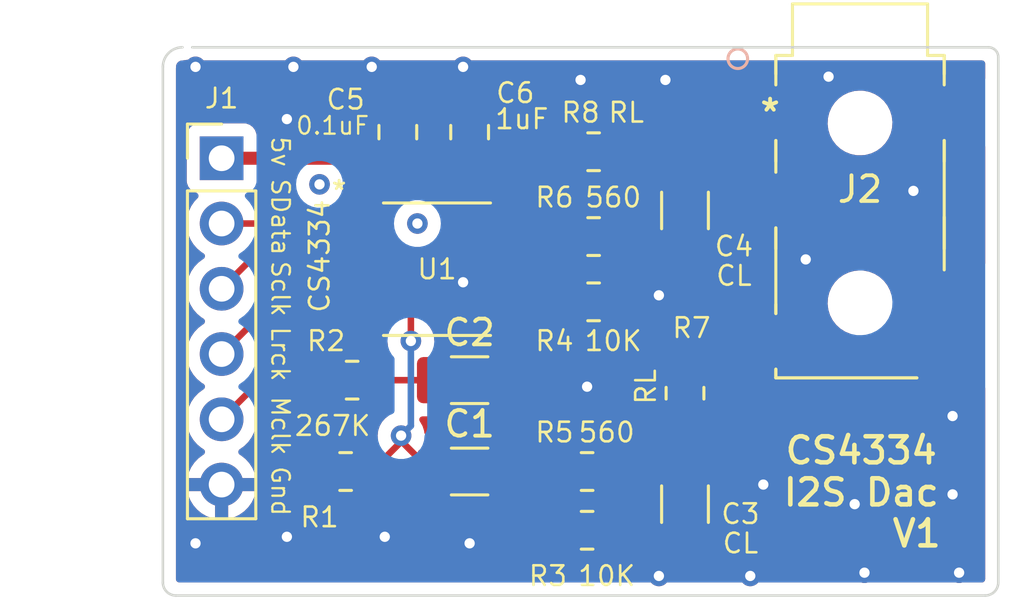
<source format=kicad_pcb>
(kicad_pcb (version 20211014) (generator pcbnew)
  (layers (0 "F.Cu" signal) (31 "B.Cu" signal) (34 "B.Paste" user) (35 "F.Paste" user) (36 "B.SilkS" user "B.Silkscreen") (37 "F.SilkS" user "F.Silkscreen") (38 "B.Mask" user) (39 "F.Mask" user) (44 "Edge.Cuts" user))
  (net 0 "")
  (net 1 "AOUTL")
  (net 2 "Net-(C1-Pad2)")
  (net 3 "AOUTR")
  (net 4 "Net-(C2-Pad2)")
  (net 5 "LEFTOUT")
  (net 6 "RIGHTOUT")
  (net 7 "+5V")
  (net 8 "SDATA")
  (net 9 "SCLK")
  (net 10 "LRCK")
  (net 11 "MCLK")
  (net 12 "GND")
  (footprint "Resistor_SMD:R_0805_2012Metric_Pad1.20x1.40mm_HandSolder" (layer "F.Cu") (at 159.766 108.712 180)
    (fp_text reference "R1" (at 1.016 -1.778) (layer "F.SilkS") (effects (font (size 0.762 0.762) (thickness 0.1016))))
    (fp_text value "267K" (at 0.508 1.778) (layer "F.SilkS") (effects (font (size 0.762 0.762) (thickness 0.1016))))
    (fp_line (start -0.227064 -0.735) (end 0.227064 -0.735) (layer "F.SilkS") (width 0.12))
    (fp_line (start -0.227064 0.735) (end 0.227064 0.735) (layer "F.SilkS") (width 0.12))
    (pad "1" smd roundrect (at -1 0 180) (size 1.2 1.4) (layers "F.Cu" "F.Paste" "F.Mask") (roundrect_rratio 0.2083333333) (net 1 "AOUTL"))
    (pad "2" smd roundrect (at 1 0 180) (size 1.2 1.4) (layers "F.Cu" "F.Paste" "F.Mask") (roundrect_rratio 0.2083333333) (net 12 "GND"))
  )
  (footprint "Capacitor_SMD:C_1206_3216Metric" (layer "F.Cu") (at 164.592 108.712)
    (fp_text reference "C1" (at 0 -1.85) (layer "F.SilkS"))
    (fp_text value "3.3uF")
    (fp_line (start -0.711252 -0.91) (end 0.711252 -0.91) (layer "F.SilkS") (width 0.12))
    (fp_line (start -0.711252 0.91) (end 0.711252 0.91) (layer "F.SilkS") (width 0.12))
    (pad "1" smd roundrect (at -1.475 0) (size 1.15 1.8) (layers "F.Cu" "F.Paste" "F.Mask") (roundrect_rratio 0.217391) (net 1 "AOUTL"))
    (pad "2" smd roundrect (at 1.475 0) (size 1.15 1.8) (layers "F.Cu" "F.Paste" "F.Mask") (roundrect_rratio 0.217391) (net 2 "Net-(C1-Pad2)"))
  )
  (footprint "Resistor_SMD:R_0805_2012Metric_Pad1.20x1.40mm_HandSolder" (layer "F.Cu") (at 169.418 96.266 180)
    (fp_text reference "R8" (at 0.508 1.524) (layer "F.SilkS") (effects (font (size 0.762 0.762) (thickness 0.1016))))
    (fp_text value "RL" (at -1.27 1.524) (layer "F.SilkS") (effects (font (size 0.762 0.762) (thickness 0.1016))))
    (fp_line (start -0.227064 -0.735) (end 0.227064 -0.735) (layer "F.SilkS") (width 0.12))
    (fp_line (start -0.227064 0.735) (end 0.227064 0.735) (layer "F.SilkS") (width 0.12))
    (pad "1" smd roundrect (at -1 0 180) (size 1.2 1.4) (layers "F.Cu" "F.Paste" "F.Mask") (roundrect_rratio 0.2083333333) (net 6 "RIGHTOUT"))
    (pad "2" smd roundrect (at 1 0 180) (size 1.2 1.4) (layers "F.Cu" "F.Paste" "F.Mask") (roundrect_rratio 0.2083333333) (net 12 "GND"))
  )
  (footprint "Resistor_SMD:R_0805_2012Metric_Pad1.20x1.40mm_HandSolder" (layer "F.Cu") (at 169.418 102.108)
    (fp_text reference "R4" (at -1.524 1.524) (layer "F.SilkS") (effects (font (size 0.762 0.762) (thickness 0.1016))))
    (fp_text value "10K" (at 0.762 1.524) (layer "F.SilkS") (effects (font (size 0.762 0.762) (thickness 0.1016))))
    (fp_line (start -0.227064 -0.735) (end 0.227064 -0.735) (layer "F.SilkS") (width 0.12))
    (fp_line (start -0.227064 0.735) (end 0.227064 0.735) (layer "F.SilkS") (width 0.12))
    (pad "1" smd roundrect (at -1 0) (size 1.2 1.4) (layers "F.Cu" "F.Paste" "F.Mask") (roundrect_rratio 0.2083333333) (net 4 "Net-(C2-Pad2)"))
    (pad "2" smd roundrect (at 1 0) (size 1.2 1.4) (layers "F.Cu" "F.Paste" "F.Mask") (roundrect_rratio 0.2083333333) (net 12 "GND"))
  )
  (footprint "Resistor_SMD:R_0805_2012Metric_Pad1.20x1.40mm_HandSolder" (layer "F.Cu") (at 169.418 99.568)
    (fp_text reference "R6" (at -1.524 -1.524) (layer "F.SilkS") (effects (font (size 0.762 0.762) (thickness 0.1016))))
    (fp_text value "560" (at 0.762 -1.524) (layer "F.SilkS") (effects (font (size 0.762 0.762) (thickness 0.1016))))
    (fp_line (start -0.227064 -0.735) (end 0.227064 -0.735) (layer "F.SilkS") (width 0.12))
    (fp_line (start -0.227064 0.735) (end 0.227064 0.735) (layer "F.SilkS") (width 0.12))
    (pad "1" smd roundrect (at -1 0) (size 1.2 1.4) (layers "F.Cu" "F.Paste" "F.Mask") (roundrect_rratio 0.2083333333) (net 4 "Net-(C2-Pad2)"))
    (pad "2" smd roundrect (at 1 0) (size 1.2 1.4) (layers "F.Cu" "F.Paste" "F.Mask") (roundrect_rratio 0.2083333333) (net 6 "RIGHTOUT"))
  )
  (footprint "Resistor_SMD:R_0805_2012Metric_Pad1.20x1.40mm_HandSolder" (layer "F.Cu") (at 172.974 105.664 90)
    (fp_text reference "R7" (at 2.54 0.254 180) (layer "F.SilkS") (effects (font (size 0.762 0.762) (thickness 0.1016))))
    (fp_text value "RL" (at 0.254 -1.524 90) (layer "F.SilkS") (effects (font (size 0.762 0.762) (thickness 0.1016))))
    (fp_line (start -0.227064 -0.735) (end 0.227064 -0.735) (layer "F.SilkS") (width 0.12))
    (fp_line (start -0.227064 0.735) (end 0.227064 0.735) (layer "F.SilkS") (width 0.12))
    (pad "1" smd roundrect (at -1 0 90) (size 1.2 1.4) (layers "F.Cu" "F.Paste" "F.Mask") (roundrect_rratio 0.2083333333) (net 5 "LEFTOUT"))
    (pad "2" smd roundrect (at 1 0 90) (size 1.2 1.4) (layers "F.Cu" "F.Paste" "F.Mask") (roundrect_rratio 0.2083333333) (net 12 "GND"))
  )
  (footprint "ProjectFootprints:54-00177" (layer "F.Cu") (at 176.286 94.746499)
    (fp_text reference "J2" (at 3.500001 2.980001) (layer "F.SilkS"))
    (fp_text value "Headphone Jack")
    (fp_text user "*" (at 0 0) (layer "F.SilkS"))
    (fp_circle (center -1.2573 -2.099999) (end -0.8763 -2.099999) (layer "B.SilkS") (width 0.12) (fill none))
    (fp_line (start 0.223401 7.817962) (end 0.223401 4.482041) (layer "F.SilkS") (width 0.12))
    (fp_line (start 0.223401 7.462042) (end 0.223401 7.817962) (layer "F.SilkS") (width 0.12))
    (fp_line (start 0.223401 2.317961) (end 0.223401 1.08204) (layer "F.SilkS") (width 0.12))
    (fp_line (start 0.223401 4.482041) (end 0.223401 5.297962) (layer "F.SilkS") (width 0.12))
    (fp_line (start 0.223401 9.982042) (end 0.223401 10.320601) (layer "F.SilkS") (width 0.12))
    (fp_line (start 0.223401 1.08204) (end 0.223401 1.897961) (layer "F.SilkS") (width 0.12))
    (fp_line (start 6.776601 5.297962) (end 6.776601 4.062041) (layer "F.SilkS") (width 0.12))
    (fp_line (start 0.665361 -2.226999) (end 0.223401 -2.226999) (layer "F.SilkS") (width 0.12))
    (fp_line (start 6.776601 -2.226999) (end 6.334641 -2.226999) (layer "F.SilkS") (width 0.12))
    (fp_line (start 5.711443 10.320601) (end 0.223401 10.320601) (layer "F.SilkS") (width 0.12))
    (fp_line (start 6.776601 1.897961) (end 6.776601 1.08204) (layer "F.SilkS") (width 0.12))
    (fp_line (start 6.776601 -2.226999) (end 6.776601 -1.08204) (layer "F.SilkS") (width 0.12))
    (fp_line (start 0.223401 -2.226999) (end 0.871101 -2.226999) (layer "F.SilkS") (width 0.12))
    (fp_line (start 6.128901 -4.233599) (end 6.128901 -2.226999) (layer "F.SilkS") (width 0.12))
    (fp_line (start 6.776601 1.08204) (end 6.776601 6.117961) (layer "F.SilkS") (width 0.12))
    (fp_line (start 0.223401 -2.226999) (end 0.223401 -1.50204) (layer "F.SilkS") (width 0.12))
    (fp_line (start 0.871101 -4.233599) (end 6.128901 -4.233599) (layer "F.SilkS") (width 0.12))
    (fp_line (start 0.223401 -1.08204) (end 0.223401 -2.226999) (layer "F.SilkS") (width 0.12))
    (fp_line (start 0.871101 -2.226999) (end 0.871101 -4.233599) (layer "F.SilkS") (width 0.12))
    (fp_line (start 0.223401 10.320601) (end 5.711443 10.320601) (layer "F.SilkS") (width 0.12))
    (fp_line (start 6.128901 -2.226999) (end 6.776601 -2.226999) (layer "F.SilkS") (width 0.12))
    (fp_line (start 0.223401 10.320601) (end 0.223401 9.982042) (layer "F.SilkS") (width 0.12))
    (fp_line (start 6.776601 -1.50204) (end 6.776601 -2.226999) (layer "F.SilkS") (width 0.12))
    (pad "" np_thru_hole circle (at 3.500001 7.400002) (size 1.4986 1.4986) (drill 1.4986) (layers *.Cu *.Mask))
    (pad "" np_thru_hole circle (at 3.500001 0.400001) (size 1.4986 1.4986) (drill 1.4986) (layers *.Cu *.Mask))
    (pad "1" smd rect (at 0 0) (size 2.0066 1.4986) (layers "F.Cu" "F.Paste" "F.Mask"))
    (pad "2" smd rect (at 7.000001 0) (size 2.0066 1.4986) (layers "F.Cu" "F.Paste" "F.Mask") (net 12 "GND"))
    (pad "3" smd rect (at 0 3.400001) (size 2.0066 1.4986) (layers "F.Cu" "F.Paste" "F.Mask") (net 6 "RIGHTOUT"))
    (pad "4" smd rect (at 7.000001 7.200001) (size 2.0066 1.4986) (layers "F.Cu" "F.Paste" "F.Mask") (net 5 "LEFTOUT"))
    (pad "5" smd rect (at 7.000001 9.400002) (size 2.0066 1.4986) (layers "F.Cu" "F.Paste" "F.Mask"))
    (pad "6" smd rect (at 0 8.900002) (size 2.0066 1.4986) (layers "F.Cu" "F.Paste" "F.Mask"))
  )
  (footprint "Capacitor_SMD:C_0805_2012Metric_Pad1.18x1.45mm_HandSolder" (layer "F.Cu") (at 164.592 95.504 90)
    (fp_text reference "C6" (at 1.524 1.778 180) (layer "F.SilkS") (effects (font (size 0.762 0.762) (thickness 0.1016))))
    (fp_text value "1uF" (at 0.508 2.032 180) (layer "F.SilkS") (effects (font (size 0.762 0.762) (thickness 0.1016))))
    (fp_line (start -0.261252 -0.735) (end 0.261252 -0.735) (layer "F.SilkS") (width 0.12))
    (fp_line (start -0.261252 0.735) (end 0.261252 0.735) (layer "F.SilkS") (width 0.12))
    (pad "1" smd roundrect (at -1.0375 0 90) (size 1.175 1.45) (layers "F.Cu" "F.Paste" "F.Mask") (roundrect_rratio 0.2127659574) (net 7 "+5V"))
    (pad "2" smd roundrect (at 1.0375 0 90) (size 1.175 1.45) (layers "F.Cu" "F.Paste" "F.Mask") (roundrect_rratio 0.2127659574) (net 12 "GND"))
  )
  (footprint "ProjectFootprints:CS4334-KSZR" (layer "F.Cu") (at 163.322 100.838)
    (fp_text reference "U1" (at 0 0) (layer "F.SilkS") (effects (font (size 0.762 0.762) (thickness 0.1016))))
    (fp_text value "CS4334" (at -4.572 -0.508 90) (layer "F.SilkS") (effects (font (size 0.762 0.762) (thickness 0.1016))))
    (fp_text user "*" (at -3.81 -3.048) (layer "F.SilkS") (effects (font (size 0.762 0.762) (thickness 0.1016))))
    (fp_text user "*" (at -3.81 -3.048) (layer "F.SilkS") (effects (font (size 0.762 0.762) (thickness 0.1016))))
    (fp_line (start -2.0828 2.5781) (end 2.0828 2.5781) (layer "F.SilkS") (width 0.12))
    (fp_line (start 2.0828 -2.5781) (end -2.0828 -2.5781) (layer "F.SilkS") (width 0.12))
    (pad "1" smd rect (at -2.6543 -1.905) (size 1.397 0.5588) (layers "F.Cu" "F.Paste" "F.Mask") (net 8 "SDATA"))
    (pad "2" smd rect (at -2.6543 -0.635) (size 1.397 0.5588) (layers "F.Cu" "F.Paste" "F.Mask") (net 9 "SCLK"))
    (pad "3" smd rect (at -2.6543 0.635) (size 1.397 0.5588) (layers "F.Cu" "F.Paste" "F.Mask") (net 10 "LRCK"))
    (pad "4" smd rect (at -2.6543 1.905) (size 1.397 0.5588) (layers "F.Cu" "F.Paste" "F.Mask") (net 11 "MCLK"))
    (pad "5" smd rect (at 2.6543 1.905) (size 1.397 0.5588) (layers "F.Cu" "F.Paste" "F.Mask") (net 3 "AOUTR"))
    (pad "6" smd rect (at 2.6543 0.635) (size 1.397 0.5588) (layers "F.Cu" "F.Paste" "F.Mask") (net 12 "GND"))
    (pad "7" smd rect (at 2.6543 -0.635) (size 1.397 0.5588) (layers "F.Cu" "F.Paste" "F.Mask") (net 7 "+5V"))
    (pad "8" smd rect (at 2.6543 -1.905) (size 1.397 0.5588) (layers "F.Cu" "F.Paste" "F.Mask") (net 1 "AOUTL"))
  )
  (footprint "Capacitor_SMD:C_1206_3216Metric" (layer "F.Cu") (at 172.974 98.552 90)
    (fp_text reference "C4" (at -1.397 1.905 180) (layer "F.SilkS") (effects (font (size 0.762 0.762) (thickness 0.1016))))
    (fp_text value "CL" (at -2.54 1.905 180) (layer "F.SilkS") (effects (font (size 0.762 0.762) (thickness 0.1016))))
    (fp_line (start -0.711252 0.91) (end 0.711252 0.91) (layer "F.SilkS") (width 0.12))
    (fp_line (start -0.711252 -0.91) (end 0.711252 -0.91) (layer "F.SilkS") (width 0.12))
    (pad "1" smd roundrect (at -1.475 0 90) (size 1.15 1.8) (layers "F.Cu" "F.Paste" "F.Mask") (roundrect_rratio 0.217391) (net 6 "RIGHTOUT"))
    (pad "2" smd roundrect (at 1.475 0 90) (size 1.15 1.8) (layers "F.Cu" "F.Paste" "F.Mask") (roundrect_rratio 0.217391) (net 12 "GND"))
  )
  (footprint "Resistor_SMD:R_0805_2012Metric_Pad1.20x1.40mm_HandSolder" (layer "F.Cu") (at 169.164 110.998)
    (fp_text reference "R3" (at -1.524 1.778) (layer "F.SilkS") (effects (font (size 0.762 0.762) (thickness 0.1016))))
    (fp_text value "10K" (at 0.762 1.778) (layer "F.SilkS") (effects (font (size 0.762 0.762) (thickness 0.1016))))
    (fp_line (start -0.227064 -0.735) (end 0.227064 -0.735) (layer "F.SilkS") (width 0.12))
    (fp_line (start -0.227064 0.735) (end 0.227064 0.735) (layer "F.SilkS") (width 0.12))
    (pad "1" smd roundrect (at -1 0) (size 1.2 1.4) (layers "F.Cu" "F.Paste" "F.Mask") (roundrect_rratio 0.2083333333) (net 2 "Net-(C1-Pad2)"))
    (pad "2" smd roundrect (at 1 0) (size 1.2 1.4) (layers "F.Cu" "F.Paste" "F.Mask") (roundrect_rratio 0.2083333333) (net 12 "GND"))
  )
  (footprint "Capacitor_SMD:C_0805_2012Metric_Pad1.18x1.45mm_HandSolder" (layer "F.Cu") (at 161.798 95.504 90)
    (fp_text reference "C5" (at 1.27 -2.032 180) (layer "F.SilkS") (effects (font (size 0.762 0.762) (thickness 0.1016))))
    (fp_text value "0.1uF" (at 0.254 -2.54 180) (layer "F.SilkS") (effects (font (size 0.6858 0.6858) (thickness 0.0889))))
    (fp_line (start -0.261252 -0.735) (end 0.261252 -0.735) (layer "F.SilkS") (width 0.12))
    (fp_line (start -0.261252 0.735) (end 0.261252 0.735) (layer "F.SilkS") (width 0.12))
    (pad "1" smd roundrect (at -1.0375 0 90) (size 1.175 1.45) (layers "F.Cu" "F.Paste" "F.Mask") (roundrect_rratio 0.2127659574) (net 7 "+5V"))
    (pad "2" smd roundrect (at 1.0375 0 90) (size 1.175 1.45) (layers "F.Cu" "F.Paste" "F.Mask") (roundrect_rratio 0.2127659574) (net 12 "GND"))
  )
  (footprint "Capacitor_SMD:C_1206_3216Metric" (layer "F.Cu") (at 172.974 109.982 -90)
    (fp_text reference "C3" (at 0.381 -2.159) (layer "F.SilkS") (effects (font (size 0.762 0.762) (thickness 0.1016))))
    (fp_text value "CL" (at 1.524 -2.159) (layer "F.SilkS") (effects (font (size 0.762 0.762) (thickness 0.1016))))
    (fp_line (start -0.711252 0.91) (end 0.711252 0.91) (layer "F.SilkS") (width 0.12))
    (fp_line (start -0.711252 -0.91) (end 0.711252 -0.91) (layer "F.SilkS") (width 0.12))
    (pad "1" smd roundrect (at -1.475 0 270) (size 1.15 1.8) (layers "F.Cu" "F.Paste" "F.Mask") (roundrect_rratio 0.217391) (net 5 "LEFTOUT"))
    (pad "2" smd roundrect (at 1.475 0 270) (size 1.15 1.8) (layers "F.Cu" "F.Paste" "F.Mask") (roundrect_rratio 0.217391) (net 12 "GND"))
  )
  (footprint "Resistor_SMD:R_0805_2012Metric_Pad1.20x1.40mm_HandSolder" (layer "F.Cu") (at 169.164 108.712)
    (fp_text reference "R5" (at -1.27 -1.524) (layer "F.SilkS") (effects (font (size 0.762 0.762) (thickness 0.1016))))
    (fp_text value "560" (at 0.762 -1.524) (layer "F.SilkS") (effects (font (size 0.762 0.762) (thickness 0.1016))))
    (fp_line (start -0.227064 -0.735) (end 0.227064 -0.735) (layer "F.SilkS") (width 0.12))
    (fp_line (start -0.227064 0.735) (end 0.227064 0.735) (layer "F.SilkS") (width 0.12))
    (pad "1" smd roundrect (at -1 0) (size 1.2 1.4) (layers "F.Cu" "F.Paste" "F.Mask") (roundrect_rratio 0.2083333333) (net 2 "Net-(C1-Pad2)"))
    (pad "2" smd roundrect (at 1 0) (size 1.2 1.4) (layers "F.Cu" "F.Paste" "F.Mask") (roundrect_rratio 0.2083333333) (net 5 "LEFTOUT"))
  )
  (footprint "Capacitor_SMD:C_1206_3216Metric" (layer "F.Cu") (at 164.592 105.156)
    (fp_text reference "C2" (at 0 -1.85) (layer "F.SilkS"))
    (fp_text value "3.3uF")
    (fp_line (start -0.711252 -0.91) (end 0.711252 -0.91) (layer "F.SilkS") (width 0.12))
    (fp_line (start -0.711252 0.91) (end 0.711252 0.91) (layer "F.SilkS") (width 0.12))
    (pad "1" smd roundrect (at -1.475 0) (size 1.15 1.8) (layers "F.Cu" "F.Paste" "F.Mask") (roundrect_rratio 0.217391) (net 3 "AOUTR"))
    (pad "2" smd roundrect (at 1.475 0) (size 1.15 1.8) (layers "F.Cu" "F.Paste" "F.Mask") (roundrect_rratio 0.217391) (net 4 "Net-(C2-Pad2)"))
  )
  (footprint "Connector_PinHeader_2.54mm:PinHeader_1x06_P2.54mm_Vertical" (layer "F.Cu") (at 154.94 96.52)
    (fp_text reference "J1" (at 0 -2.33) (layer "F.SilkS") (effects (font (size 0.762 0.762) (thickness 0.1016))))
    (fp_text value "I2S and Power Header")
    (fp_line (start -1.33 1.27) (end -1.33 14.03) (layer "F.SilkS") (width 0.12))
    (fp_line (start -1.33 1.27) (end 1.33 1.27) (layer "F.SilkS") (width 0.12))
    (fp_line (start -1.33 -1.33) (end 0 -1.33) (layer "F.SilkS") (width 0.12))
    (fp_line (start 1.33 1.27) (end 1.33 14.03) (layer "F.SilkS") (width 0.12))
    (fp_line (start -1.33 0) (end -1.33 -1.33) (layer "F.SilkS") (width 0.12))
    (fp_line (start -1.33 14.03) (end 1.33 14.03) (layer "F.SilkS") (width 0.12))
    (pad "1" thru_hole rect (at 0 0) (size 1.7 1.7) (drill 1) (layers *.Cu *.Mask) (net 7 "+5V"))
    (pad "2" thru_hole oval (at 0 2.54) (size 1.7 1.7) (drill 1) (layers *.Cu *.Mask) (net 8 "SDATA"))
    (pad "3" thru_hole oval (at 0 5.08) (size 1.7 1.7) (drill 1) (layers *.Cu *.Mask) (net 9 "SCLK"))
    (pad "4" thru_hole oval (at 0 7.62) (size 1.7 1.7) (drill 1) (layers *.Cu *.Mask) (net 10 "LRCK"))
    (pad "5" thru_hole oval (at 0 10.16) (size 1.7 1.7) (drill 1) (layers *.Cu *.Mask) (net 11 "MCLK"))
    (pad "6" thru_hole oval (at 0 12.7) (size 1.7 1.7) (drill 1) (layers *.Cu *.Mask) (net 12 "GND"))
  )
  (footprint "Resistor_SMD:R_0805_2012Metric_Pad1.20x1.40mm_HandSolder" (layer "F.Cu") (at 160.02 105.156 180)
    (fp_text reference "R2" (at 1.016 1.524) (layer "F.SilkS") (effects (font (size 0.762 0.762) (thickness 0.1016))))
    (fp_text value "267K")
    (fp_line (start -0.227064 0.735) (end 0.227064 0.735) (layer "F.SilkS") (width 0.12))
    (fp_line (start -0.227064 -0.735) (end 0.227064 -0.735) (layer "F.SilkS") (width 0.12))
    (pad "1" smd roundrect (at -1 0 180) (size 1.2 1.4) (layers "F.Cu" "F.Paste" "F.Mask") (roundrect_rratio 0.2083333333) (net 3 "AOUTR"))
    (pad "2" smd roundrect (at 1 0 180) (size 1.2 1.4) (layers "F.Cu" "F.Paste" "F.Mask") (roundrect_rratio 0.2083333333) (net 12 "GND"))
  )
  (gr_arc (start 185.166 113.03) (mid 185.01721 113.38921) (end 184.658 113.538) (layer "Edge.Cuts") (width 0.1))
  (gr_line (start 153.797 92.202) (end 184.785 92.202) (layer "Edge.Cuts") (width 0.1))
  (gr_arc (start 153.162 113.538) (mid 152.80279 113.38921) (end 152.654 113.03) (layer "Edge.Cuts") (width 0.1))
  (gr_arc (start 184.785 92.202) (mid 185.054408 92.313592) (end 185.166 92.583) (layer "Edge.Cuts") (width 0.1))
  (gr_line (start 152.654 92.964) (end 152.654 113.03) (layer "Edge.Cuts") (width 0.1))
  (gr_arc (start 152.654 92.964) (mid 152.877185 92.425185) (end 153.416 92.202) (layer "Edge.Cuts") (width 0.1))
  (gr_line (start 185.166 113.03) (end 185.166 92.583) (layer "Edge.Cuts") (width 0.1))
  (gr_line (start 184.658 113.538) (end 153.162 113.538) (layer "Edge.Cuts") (width 0.1))
  (gr_text "CS4334\nI2S Dac" (at 179.832 108.712) (layer "F.SilkS") (effects (font (size 1.016 1.016) (thickness 0.1778))))
  (gr_text "SData" (at 157.226 98.806 270) (layer "F.SilkS") (effects (font (size 0.6858 0.6858) (thickness 0.0889))))
  (gr_text "5v" (at 157.226 96.266 270) (layer "F.SilkS") (effects (font (size 0.6858 0.6858) (thickness 0.0889))))
  (gr_text "Sclk" (at 157.226 101.6 270) (layer "F.SilkS") (effects (font (size 0.6858 0.6858) (thickness 0.0889))))
  (gr_text "V1" (at 181.991 111.125) (layer "F.SilkS") (effects (font (size 1.016 1.016) (thickness 0.1778))))
  (gr_text "Lrck" (at 157.226 104.14 270) (layer "F.SilkS") (effects (font (size 0.6858 0.6858) (thickness 0.0889))))
  (gr_text "Mclk" (at 157.226 106.934 270) (layer "F.SilkS") (effects (font (size 0.6858 0.6858) (thickness 0.0889))))
  (gr_text "Gnd" (at 157.226 109.474 270) (layer "F.SilkS") (effects (font (size 0.6858 0.6858) (thickness 0.0889))))
  (via (at 162.56 99.06) (size 0.8) (drill 0.4) (layers "F.Cu" "B.Cu") (net 0))
  (via (at 158.75 97.536) (size 0.8) (drill 0.4) (layers "F.Cu" "B.Cu") (net 0))
  (segment (start 165.5572 98.933) (end 162.306 102.1842) (width 0.254) (layer "F.Cu") (net 1))
  (segment (start 162.306 102.1842) (end 162.306 103.632) (width 0.254) (layer "F.Cu") (net 1))
  (segment (start 161.925 107.52) (end 163.117 108.712) (width 0.254) (layer "F.Cu") (net 1))
  (segment (start 161.925 107.315) (end 161.925 107.553) (width 0.254) (layer "F.Cu") (net 1))
  (segment (start 161.925 107.315) (end 161.925 107.52) (width 0.254) (layer "F.Cu") (net 1))
  (segment (start 165.9763 98.933) (end 165.5572 98.933) (width 0.254) (layer "F.Cu") (net 1))
  (segment (start 161.925 107.553) (end 160.766 108.712) (width 0.254) (layer "F.Cu") (net 1))
  (segment (start 160.766 108.712) (end 163.117 108.712) (width 0.254) (layer "F.Cu") (net 1))
  (via (at 161.925 107.315) (size 0.8) (drill 0.4) (layers "F.Cu" "B.Cu") (net 1))
  (via (at 162.306 103.632) (size 0.8) (drill 0.4) (layers "F.Cu" "B.Cu") (net 1))
  (segment (start 162.306 103.632) (end 162.306 106.934) (width 0.254) (layer "B.Cu") (net 1))
  (segment (start 162.306 106.934) (end 161.925 107.315) (width 0.254) (layer "B.Cu") (net 1))
  (segment (start 166.067 108.712) (end 168.164 108.712) (width 0.254) (layer "F.Cu") (net 2))
  (segment (start 168.164 110.998) (end 168.164 108.712) (width 0.254) (layer "F.Cu") (net 2))
  (segment (start 161.02 105.156) (end 163.5545 105.156) (width 0.254) (layer "F.Cu") (net 3))
  (segment (start 163.5545 105.156) (end 163.5633 105.156) (width 0.254) (layer "F.Cu") (net 3))
  (segment (start 163.5633 105.156) (end 165.9763 102.743) (width 0.254) (layer "F.Cu") (net 3))
  (segment (start 165.6295 105.156) (end 165.6295 104.8965) (width 0.254) (layer "F.Cu") (net 4))
  (segment (start 168.418 102.108) (end 168.418 99.568) (width 0.254) (layer "F.Cu") (net 4))
  (segment (start 165.6295 104.8965) (end 168.418 102.108) (width 0.254) (layer "F.Cu") (net 4))
  (segment (start 170.164 108.712) (end 172.769 108.712) (width 0.254) (layer "F.Cu") (net 5))
  (segment (start 172.974 108.507) (end 172.974 106.664) (width 0.254) (layer "F.Cu") (net 5))
  (segment (start 172.974 106.664) (end 172.99 106.68) (width 0.254) (layer "F.Cu") (net 5))
  (segment (start 172.974 106.664) (end 177.245302 106.664) (width 0.254) (layer "F.Cu") (net 5))
  (segment (start 177.245302 106.664) (end 181.962802 101.9465) (width 0.254) (layer "F.Cu") (net 5))
  (segment (start 172.769 108.712) (end 172.974 108.507) (width 0.254) (layer "F.Cu") (net 5))
  (segment (start 181.962802 101.9465) (end 183.286001 101.9465) (width 0.254) (layer "F.Cu") (net 5))
  (segment (start 172.974 99.5895) (end 174.417 98.1465) (width 0.254) (layer "F.Cu") (net 6))
  (segment (start 170.418 96.266) (end 170.418 99.568) (width 0.254) (layer "F.Cu") (net 6))
  (segment (start 170.418 99.568) (end 172.9525 99.568) (width 0.254) (layer "F.Cu") (net 6))
  (segment (start 174.417 98.1465) (end 176.286 98.1465) (width 0.254) (layer "F.Cu") (net 6))
  (segment (start 172.9525 99.568) (end 172.974 99.5895) (width 0.254) (layer "F.Cu") (net 6))
  (segment (start 173.2495 99.5895) (end 172.974 99.5895) (width 0.254) (layer "F.Cu") (net 6))
  (segment (start 165.9763 100.203) (end 166.5922 100.203) (width 0.508) (layer "F.Cu") (net 7))
  (segment (start 161.7765 96.52) (end 161.798 96.5415) (width 0.508) (layer "F.Cu") (net 7))
  (segment (start 161.798 96.5415) (end 164.592 96.5415) (width 0.508) (layer "F.Cu") (net 7))
  (segment (start 154.94 96.52) (end 161.7765 96.52) (width 0.508) (layer "F.Cu") (net 7))
  (segment (start 166.5922 100.203) (end 167.1288 99.6664) (width 0.508) (layer "F.Cu") (net 7))
  (segment (start 167.1288 99.6664) (end 167.1288 98.1996) (width 0.508) (layer "F.Cu") (net 7))
  (segment (start 167.1288 98.1996) (end 165.4707 96.5415) (width 0.508) (layer "F.Cu") (net 7))
  (segment (start 165.4707 96.5415) (end 164.592 96.5415) (width 0.508) (layer "F.Cu") (net 7))
  (segment (start 154.94 99.06) (end 160.5407 99.06) (width 0.254) (layer "F.Cu") (net 8))
  (segment (start 160.5407 99.06) (end 160.6677 98.933) (width 0.254) (layer "F.Cu") (net 8))
  (segment (start 154.94 101.6) (end 156.337 100.203) (width 0.254) (layer "F.Cu") (net 9))
  (segment (start 156.337 100.203) (end 160.6677 100.203) (width 0.254) (layer "F.Cu") (net 9))
  (segment (start 157.607 101.473) (end 160.6677 101.473) (width 0.254) (layer "F.Cu") (net 10))
  (segment (start 154.94 104.14) (end 157.607 101.473) (width 0.254) (layer "F.Cu") (net 10))
  (segment (start 154.94 106.68) (end 158.877 102.743) (width 0.254) (layer "F.Cu") (net 11))
  (segment (start 158.877 102.743) (end 160.6677 102.743) (width 0.254) (layer "F.Cu") (net 11))
  (segment (start 164.465 101.473) (end 164.338 101.346) (width 0.508) (layer "F.Cu") (net 12))
  (segment (start 161.798 94.4665) (end 164.592 94.4665) (width 0.508) (layer "F.Cu") (net 12))
  (segment (start 165.9763 101.473) (end 164.465 101.473) (width 0.508) (layer "F.Cu") (net 12))
  (via (at 169.164 105.41) (size 0.8) (drill 0.4) (layers "F.Cu" "B.Cu") (net 12))
  (via (at 164.338 101.346) (size 0.8) (drill 0.4) (layers "F.Cu" "B.Cu") (net 12))
  (via (at 178.562 93.345) (size 0.8) (drill 0.4) (layers "F.Cu" "B.Cu") (net 12))
  (via (at 172.212 93.472) (size 0.8) (drill 0.4) (layers "F.Cu" "B.Cu") (net 12))
  (via (at 181.864 97.79) (size 0.8) (drill 0.4) (layers "F.Cu" "B.Cu") (net 12))
  (via (at 164.592 111.506) (size 0.8) (drill 0.4) (layers "F.Cu" "B.Cu") (net 12))
  (via (at 183.642 112.649) (size 0.8) (drill 0.4) (layers "F.Cu" "B.Cu") (net 12))
  (via (at 171.958 101.854) (size 0.8) (drill 0.4) (layers "F.Cu" "B.Cu") (net 12))
  (via (at 183.388 109.601) (size 0.8) (drill 0.4) (layers "F.Cu" "B.Cu") (net 12))
  (via (at 176.022 109.22) (size 0.8) (drill 0.4) (layers "F.Cu" "B.Cu") (net 12))
  (via (at 160.782 92.964) (size 0.8) (drill 0.4) (layers "F.Cu" "B.Cu") (net 12))
  (via (at 168.91 93.472) (size 0.8) (drill 0.4) (layers "F.Cu" "B.Cu") (net 12))
  (via (at 179.959 112.649) (size 0.8) (drill 0.4) (layers "F.Cu" "B.Cu") (net 12))
  (via (at 153.924 111.506) (size 0.8) (drill 0.4) (layers "F.Cu" "B.Cu") (net 12))
  (via (at 157.48 94.996) (size 0.8) (drill 0.4) (layers "F.Cu" "B.Cu") (net 12))
  (via (at 171.958 112.776) (size 0.8) (drill 0.4) (layers "F.Cu" "B.Cu") (net 12))
  (via (at 175.514 112.776) (size 0.8) (drill 0.4) (layers "F.Cu" "B.Cu") (net 12))
  (via (at 161.29 111.252) (size 0.8) (drill 0.4) (layers "F.Cu" "B.Cu") (net 12))
  (via (at 177.673 100.457) (size 0.8) (drill 0.4) (layers "F.Cu" "B.Cu") (net 12))
  (via (at 183.388 106.553) (size 0.8) (drill 0.4) (layers "F.Cu" "B.Cu") (net 12))
  (via (at 164.338 92.964) (size 0.8) (drill 0.4) (layers "F.Cu" "B.Cu") (net 12))
  (via (at 153.924 92.964) (size 0.8) (drill 0.4) (layers "F.Cu" "B.Cu") (net 12))
  (via (at 157.734 92.964) (size 0.8) (drill 0.4) (layers "F.Cu" "B.Cu") (net 12))
  (via (at 179.578 109.982) (size 0.8) (drill 0.4) (layers "F.Cu" "B.Cu") (net 12))
  (via (at 157.48 111.252) (size 0.8) (drill 0.4) (layers "F.Cu" "B.Cu") (net 12))
  (zone (net 12) (net_name "GND") (layer "F.Cu") (connect_pads (clearance 0.508)) (min_thickness 0.254) (fill yes (thermal_gap 0.508) (thermal_bridge_width 0.508))
    (polygon (pts (xy 186.182 114.3) (xy 152.146 114.3) (xy 152.146 91.694) (xy 186.182 91.694)))
  )
  (zone (net 12) (net_name "GND") (layer "B.Cu") (connect_pads (clearance 0.508)) (min_thickness 0.254) (fill yes (thermal_gap 0.508) (thermal_bridge_width 0.508))
    (polygon (pts (xy 186.182 114.3) (xy 152.4 114.3) (xy 152.146 91.694) (xy 186.182 91.694)))
  )
)
</source>
